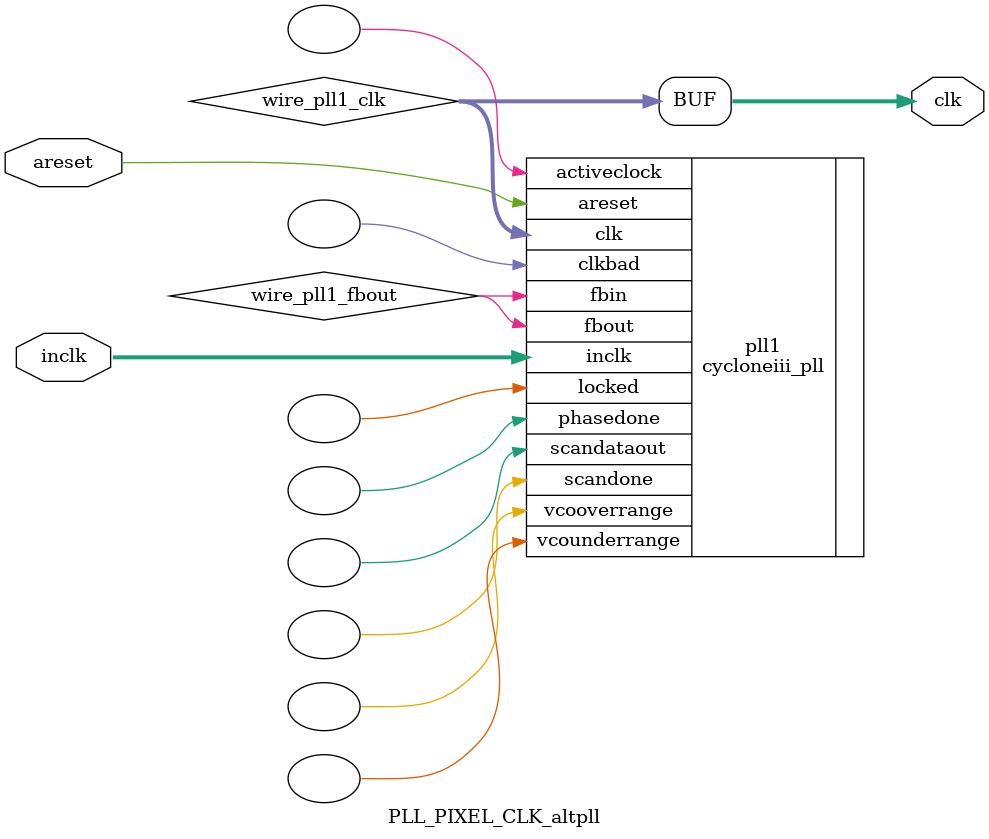
<source format=v>






//synthesis_resources = cycloneiii_pll 1 
//synopsys translate_off
`timescale 1 ps / 1 ps
//synopsys translate_on
module  PLL_PIXEL_CLK_altpll
	( 
	areset,
	clk,
	inclk) /* synthesis synthesis_clearbox=1 */;
	input   areset;
	output   [4:0]  clk;
	input   [1:0]  inclk;
`ifndef ALTERA_RESERVED_QIS
// synopsys translate_off
`endif
	tri0   areset;
	tri0   [1:0]  inclk;
`ifndef ALTERA_RESERVED_QIS
// synopsys translate_on
`endif

	wire  [4:0]   wire_pll1_clk;
	wire  wire_pll1_fbout;

	cycloneiii_pll   pll1
	( 
	.activeclock(),
	.areset(areset),
	.clk(wire_pll1_clk),
	.clkbad(),
	.fbin(wire_pll1_fbout),
	.fbout(wire_pll1_fbout),
	.inclk(inclk),
	.locked(),
	.phasedone(),
	.scandataout(),
	.scandone(),
	.vcooverrange(),
	.vcounderrange()
	`ifndef FORMAL_VERIFICATION
	// synopsys translate_off
	`endif
	,
	.clkswitch(1'b0),
	.configupdate(1'b0),
	.pfdena(1'b1),
	.phasecounterselect({3{1'b0}}),
	.phasestep(1'b0),
	.phaseupdown(1'b0),
	.scanclk(1'b0),
	.scanclkena(1'b1),
	.scandata(1'b0)
	`ifndef FORMAL_VERIFICATION
	// synopsys translate_on
	`endif
	);
	defparam
		pll1.bandwidth_type = "auto",
		pll1.clk0_divide_by = 25,
		pll1.clk0_duty_cycle = 50,
		pll1.clk0_multiply_by = 54,
		pll1.clk0_phase_shift = "0",
		pll1.clk1_divide_by = 50000000,
		pll1.clk1_duty_cycle = 50,
		pll1.clk1_multiply_by = 63981,
		pll1.clk1_phase_shift = "0",
		pll1.compensate_clock = "clk0",
		pll1.inclk0_input_frequency = 20000,
		pll1.operation_mode = "normal",
		pll1.pll_type = "auto",
		pll1.lpm_type = "cycloneiii_pll";
	assign
		clk = {wire_pll1_clk[4:0]};
endmodule //PLL_PIXEL_CLK_altpll
//VALID FILE

</source>
